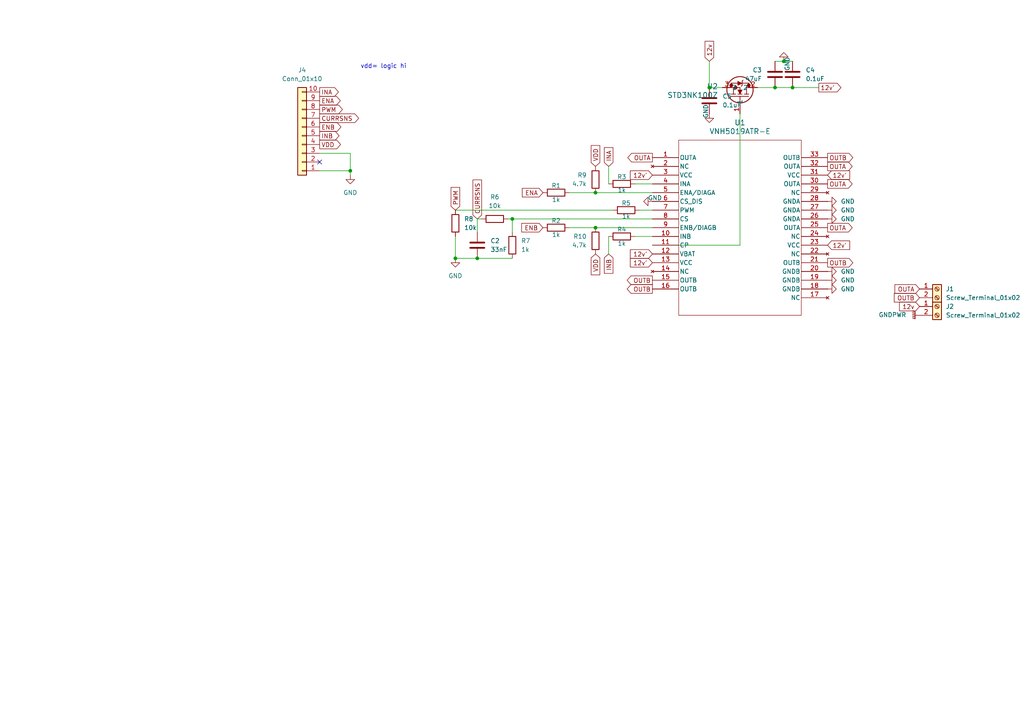
<source format=kicad_sch>
(kicad_sch (version 20231120) (generator "eeschema") (generator_version "8.0")
  (paper "A4")
  (lib_symbols
    (symbol "Connector:Screw_Terminal_01x02" (pin_names (offset 1.016) hide)
      (property "Reference" "J" (at 0 2.54 0))
      (property "Value" "Screw_Terminal_01x02" (at 0 -5.08 0))
      (symbol "Screw_Terminal_01x02_1_1"
        (rectangle (start -1.27 1.27) (end 1.27 -3.81) (stroke (width 0.254)) (fill (type background)))
        (circle (center 0 -2.54) (radius 0.635) (stroke (width 0.1524)))
        (polyline (pts (xy -0.5334 -2.2098) (xy 0.3302 -3.048)) (stroke (width 0.1524)))
        (polyline (pts (xy -0.5334 0.3302) (xy 0.3302 -0.508)) (stroke (width 0.1524)))
        (polyline (pts (xy -0.3556 -2.032) (xy 0.508 -2.8702)) (stroke (width 0.1524)))
        (polyline (pts (xy -0.3556 0.508) (xy 0.508 -0.3302)) (stroke (width 0.1524)))
        (circle (center 0 0) (radius 0.635) (stroke (width 0.1524)))
        (pin passive line (at -5.08 0 0) (length 3.81) (name "Pin_1") (number "1"))
        (pin passive line (at -5.08 -2.54 0) (length 3.81) (name "Pin_2") (number "2"))
      )
    )
    (symbol "Connector_Generic:Conn_01x10" (pin_names (offset 1.016) hide)
      (property "Reference" "J" (at 0 12.7 0))
      (property "Value" "Conn_01x10" (at 0 -15.24 0))
      (symbol "Conn_01x10_1_1"
        (rectangle (start -1.27 -12.573) (end 0 -12.827) (stroke (width 0.1524)))
        (rectangle (start -1.27 -10.033) (end 0 -10.287) (stroke (width 0.1524)))
        (rectangle (start -1.27 -7.493) (end 0 -7.747) (stroke (width 0.1524)))
        (rectangle (start -1.27 -4.953) (end 0 -5.207) (stroke (width 0.1524)))
        (rectangle (start -1.27 -2.413) (end 0 -2.667) (stroke (width 0.1524)))
        (rectangle (start -1.27 0.127) (end 0 -0.127) (stroke (width 0.1524)))
        (rectangle (start -1.27 2.667) (end 0 2.413) (stroke (width 0.1524)))
        (rectangle (start -1.27 5.207) (end 0 4.953) (stroke (width 0.1524)))
        (rectangle (start -1.27 7.747) (end 0 7.493) (stroke (width 0.1524)))
        (rectangle (start -1.27 10.287) (end 0 10.033) (stroke (width 0.1524)))
        (rectangle (start -1.27 11.43) (end 1.27 -13.97) (stroke (width 0.254)) (fill (type background)))
        (pin passive line (at -5.08 10.16 0) (length 3.81) (name "Pin_1") (number "1"))
        (pin passive line (at -5.08 -12.7 0) (length 3.81) (name "Pin_10") (number "10"))
        (pin passive line (at -5.08 7.62 0) (length 3.81) (name "Pin_2") (number "2"))
        (pin passive line (at -5.08 5.08 0) (length 3.81) (name "Pin_3") (number "3"))
        (pin passive line (at -5.08 2.54 0) (length 3.81) (name "Pin_4") (number "4"))
        (pin passive line (at -5.08 0 0) (length 3.81) (name "Pin_5") (number "5"))
        (pin passive line (at -5.08 -2.54 0) (length 3.81) (name "Pin_6") (number "6"))
        (pin passive line (at -5.08 -5.08 0) (length 3.81) (name "Pin_7") (number "7"))
        (pin passive line (at -5.08 -7.62 0) (length 3.81) (name "Pin_8") (number "8"))
        (pin passive line (at -5.08 -10.16 0) (length 3.81) (name "Pin_9") (number "9"))
      )
    )
    (symbol "Device:C" (pin_numbers hide) (pin_names (offset 0.254))
      (property "Reference" "C" (at 0.635 2.54 0))
      (property "Value" "C" (at 0.635 -2.54 0))
      (symbol "C_0_1"
        (polyline (pts (xy -2.032 -0.762) (xy 2.032 -0.762)) (stroke (width 0.508)))
        (polyline (pts (xy -2.032 0.762) (xy 2.032 0.762)) (stroke (width 0.508)))
      )
      (symbol "C_1_1"
        (pin passive line (at 0 3.81 270) (length 2.794) (name "~") (number "1"))
        (pin passive line (at 0 -3.81 90) (length 2.794) (name "~") (number "2"))
      )
    )
    (symbol "Device:R" (pin_numbers hide) (pin_names (offset 0))
      (property "Reference" "R" (at 2.032 0 90))
      (property "Value" "R" (at 0 0 90))
      (symbol "R_0_1"
        (rectangle (start -1.016 -2.54) (end 1.016 2.54) (stroke (width 0.254)))
      )
      (symbol "R_1_1"
        (pin passive line (at 0 3.81 270) (length 1.27) (name "~") (number "1"))
        (pin passive line (at 0 -3.81 90) (length 1.27) (name "~") (number "2"))
      )
    )
    (symbol "dyno_inst_sym:STD3NK100Z" (pin_names (offset 0.254))
      (property "Reference" "U" (at 11.43 1.905 0))
      (property "Value" "STD3NK100Z" (at 11.43 -2.54 0))
      (symbol "STD3NK100Z_1_1"
        (polyline (pts (xy 2.54 0) (xy 5.08 0)) (stroke (width 0.2032)))
        (polyline (pts (xy 5.08 -2.54) (xy 5.08 2.54)) (stroke (width 0.2032)))
        (polyline (pts (xy 5.715 -2.54) (xy 5.715 -1.27)) (stroke (width 0.2032)))
        (polyline (pts (xy 5.715 -1.905) (xy 7.62 -1.905)) (stroke (width 0.2032)))
        (polyline (pts (xy 5.715 -0.635) (xy 5.715 0.635)) (stroke (width 0.2032)))
        (polyline (pts (xy 5.715 1.27) (xy 5.715 2.54)) (stroke (width 0.2032)))
        (polyline (pts (xy 5.715 1.905) (xy 7.62 1.905)) (stroke (width 0.2032)))
        (polyline (pts (xy 6.985 0) (xy 7.62 0)) (stroke (width 0.2032)))
        (polyline (pts (xy 7.62 -5.08) (xy 7.62 0)) (stroke (width 0.2032)))
        (polyline (pts (xy 7.62 -2.54) (xy 8.89 -2.54)) (stroke (width 0.2032)))
        (polyline (pts (xy 7.62 1.905) (xy 7.62 5.08)) (stroke (width 0.2032)))
        (polyline (pts (xy 7.62 2.54) (xy 8.89 2.54)) (stroke (width 0.2032)))
        (polyline (pts (xy 8.255 0.635) (xy 8.001 0.381)) (stroke (width 0.2032)))
        (polyline (pts (xy 8.89 -2.54) (xy 8.89 -0.635)) (stroke (width 0.2032)))
        (polyline (pts (xy 8.89 0.635) (xy 8.89 2.54)) (stroke (width 0.2032)))
        (polyline (pts (xy 9.525 0.635) (xy 8.255 0.635)) (stroke (width 0.2032)))
        (polyline (pts (xy 9.779 0.889) (xy 9.525 0.635)) (stroke (width 0.2032)))
        (polyline (pts (xy 6.985 0.635) (xy 5.715 0) (xy 6.985 -0.635)) (fill (type outline)))
        (polyline (pts (xy 9.525 -0.635) (xy 8.255 -0.635) (xy 8.89 0.635)) (fill (type outline)))
        (circle (center 6.985 0) (radius 3.81) (stroke (width 0.254)))
        (circle (center 7.62 -1.27) (radius 0.0254) (stroke (width 0.508)))
        (circle (center 8.255 -2.54) (radius 0.0254) (stroke (width 0.508)))
        (circle (center 8.255 2.54) (radius 0.0254) (stroke (width 0.508)))
        (pin unspecified line (at 0 0 0) (length 2.54) (name "1") (number "1"))
        (pin unspecified line (at 7.62 5.08 270) (length 2.54) (name "2") (number "2"))
        (pin unspecified line (at 7.62 -5.08 90) (length 2.54) (name "3") (number "3"))
      )
    )
    (symbol "dyno_inst_sym:VNH5019ATR-E" (pin_names (offset 0.254))
      (property "Reference" "U" (at 25.4 10.16 0))
      (property "Value" "VNH5019ATR-E" (at 25.4 7.62 0))
      (symbol "VNH5019ATR-E_0_1"
        (polyline (pts (xy 7.62 -45.72) (xy 43.18 -45.72)) (stroke (width 0.127)))
        (polyline (pts (xy 7.62 5.08) (xy 7.62 -45.72)) (stroke (width 0.127)))
        (polyline (pts (xy 43.18 -45.72) (xy 43.18 5.08)) (stroke (width 0.127)))
        (polyline (pts (xy 43.18 5.08) (xy 7.62 5.08)) (stroke (width 0.127)))
        (pin output line (at 0 0 0) (length 7.62) (name "OUTA") (number "1"))
        (pin input line (at 0 -22.86 0) (length 7.62) (name "INB") (number "10"))
        (pin unspecified line (at 0 -25.4 0) (length 7.62) (name "CP") (number "11"))
        (pin power_in line (at 0 -27.94 0) (length 7.62) (name "VBAT") (number "12"))
        (pin power_in line (at 0 -30.48 0) (length 7.62) (name "VCC") (number "13"))
        (pin no_connect line (at 0 -33.02 0) (length 7.62) (name "NC") (number "14"))
        (pin output line (at 0 -35.56 0) (length 7.62) (name "OUTB") (number "15"))
        (pin output line (at 0 -38.1 0) (length 7.62) (name "OUTB") (number "16"))
        (pin no_connect line (at 50.8 -40.64 180) (length 7.62) (name "NC") (number "17"))
        (pin power_in line (at 50.8 -38.1 180) (length 7.62) (name "GNDB") (number "18"))
        (pin power_in line (at 50.8 -35.56 180) (length 7.62) (name "GNDB") (number "19"))
        (pin no_connect line (at 0 -2.54 0) (length 7.62) (name "NC") (number "2"))
        (pin power_in line (at 50.8 -33.02 180) (length 7.62) (name "GNDB") (number "20"))
        (pin output line (at 50.8 -30.48 180) (length 7.62) (name "OUTB") (number "21"))
        (pin no_connect line (at 50.8 -27.94 180) (length 7.62) (name "NC") (number "22"))
        (pin power_in line (at 50.8 -25.4 180) (length 7.62) (name "VCC") (number "23"))
        (pin no_connect line (at 50.8 -22.86 180) (length 7.62) (name "NC") (number "24"))
        (pin output line (at 50.8 -20.32 180) (length 7.62) (name "OUTA") (number "25"))
        (pin power_in line (at 50.8 -17.78 180) (length 7.62) (name "GNDA") (number "26"))
        (pin power_in line (at 50.8 -15.24 180) (length 7.62) (name "GNDA") (number "27"))
        (pin power_in line (at 50.8 -12.7 180) (length 7.62) (name "GNDA") (number "28"))
        (pin no_connect line (at 50.8 -10.16 180) (length 7.62) (name "NC") (number "29"))
        (pin power_in line (at 0 -5.08 0) (length 7.62) (name "VCC") (number "3"))
        (pin output line (at 50.8 -7.62 180) (length 7.62) (name "OUTA") (number "30"))
        (pin power_in line (at 50.8 -5.08 180) (length 7.62) (name "VCC") (number "31"))
        (pin output line (at 50.8 -2.54 180) (length 7.62) (name "OUTA") (number "32"))
        (pin output line (at 50.8 0 180) (length 7.62) (name "OUTB") (number "33"))
        (pin input line (at 0 -7.62 0) (length 7.62) (name "INA") (number "4"))
        (pin output line (at 0 -10.16 0) (length 7.62) (name "ENA/DIAGA") (number "5"))
        (pin unspecified line (at 0 -12.7 0) (length 7.62) (name "CS_DIS") (number "6"))
        (pin input line (at 0 -15.24 0) (length 7.62) (name "PWM") (number "7"))
        (pin output line (at 0 -17.78 0) (length 7.62) (name "CS") (number "8"))
        (pin output line (at 0 -20.32 0) (length 7.62) (name "ENB/DIAGB") (number "9"))
      )
    )
    (symbol "power:GND" (power) (pin_numbers hide) (pin_names (offset 0) hide)
      (property "Value" "GND" (at 0 -3.81 0))
      (symbol "GND_0_1"
        (polyline (pts (xy 0 0) (xy 0 -1.27) (xy 1.27 -1.27) (xy 0 -2.54) (xy -1.27 -1.27) (xy 0 -1.27)))
      )
      (symbol "GND_1_1"
        (pin power_in line (at 0 0 270) (length 0) (name "~") (number "1"))
      )
    )
    (symbol "power:GNDPWR" (power) (pin_numbers hide) (pin_names (offset 0) hide)
      (property "Value" "GNDPWR" (at 0 -3.302 0))
      (symbol "GNDPWR_0_1"
        (polyline (pts (xy 0 -1.27) (xy 0 0)))
        (polyline (pts (xy -1.016 -1.27) (xy -1.27 -2.032) (xy -1.27 -2.032)) (stroke (width 0.2032)))
        (polyline (pts (xy -0.508 -1.27) (xy -0.762 -2.032) (xy -0.762 -2.032)) (stroke (width 0.2032)))
        (polyline (pts (xy 0 -1.27) (xy -0.254 -2.032) (xy -0.254 -2.032)) (stroke (width 0.2032)))
        (polyline (pts (xy 0.508 -1.27) (xy 0.254 -2.032) (xy 0.254 -2.032)) (stroke (width 0.2032)))
        (polyline (pts (xy 1.016 -1.27) (xy -1.016 -1.27) (xy -1.016 -1.27)) (stroke (width 0.2032)))
        (polyline (pts (xy 1.016 -1.27) (xy 0.762 -2.032) (xy 0.762 -2.032) (xy 0.762 -2.032)) (stroke (width 0.2032)))
      )
      (symbol "GNDPWR_1_1"
        (pin power_in line (at 0 0 270) (length 0) (name "~") (number "1"))
      )
    )
  )
  (junction (at 148.59 63.5))
  (junction (at 224.79 25.4))
  (junction (at 101.6 49.53))
  (junction (at 229.87 25.4))
  (junction (at 227.33 17.78))
  (junction (at 132.08 74.93))
  (junction (at 138.43 74.93))
  (junction (at 205.74 25.4))
  (junction (at 172.72 66.04))
  (junction (at 172.72 55.88))
  (no_connect (at 92.71 46.99))
  (wire (pts (xy 214.63 71.12) (xy 214.63 33.02)))
  (wire (pts (xy 101.6 49.53) (xy 101.6 50.8)))
  (wire (pts (xy 205.74 17.78) (xy 205.74 25.4)))
  (wire (pts (xy 189.23 71.12) (xy 214.63 71.12)))
  (wire (pts (xy 176.53 73.66) (xy 176.53 68.58)))
  (wire (pts (xy 101.6 44.45) (xy 101.6 49.53)))
  (wire (pts (xy 205.74 25.4) (xy 209.55 25.4)))
  (wire (pts (xy 176.53 48.26) (xy 176.53 53.34)))
  (wire (pts (xy 184.15 68.58) (xy 189.23 68.58)))
  (wire (pts (xy 138.43 74.93) (xy 148.59 74.93)))
  (wire (pts (xy 165.1 55.88) (xy 172.72 55.88)))
  (wire (pts (xy 219.71 25.4) (xy 224.79 25.4)))
  (wire (pts (xy 224.79 17.78) (xy 227.33 17.78)))
  (wire (pts (xy 237.49 25.4) (xy 229.87 25.4)))
  (wire (pts (xy 148.59 63.5) (xy 148.59 67.31)))
  (wire (pts (xy 92.71 44.45) (xy 101.6 44.45)))
  (wire (pts (xy 172.72 55.88) (xy 189.23 55.88)))
  (wire (pts (xy 227.33 17.78) (xy 229.87 17.78)))
  (wire (pts (xy 132.08 60.96) (xy 177.8 60.96)))
  (wire (pts (xy 165.1 66.04) (xy 172.72 66.04)))
  (wire (pts (xy 138.43 63.5) (xy 139.7 63.5)))
  (wire (pts (xy 185.42 60.96) (xy 189.23 60.96)))
  (wire (pts (xy 184.15 53.34) (xy 189.23 53.34)))
  (wire (pts (xy 172.72 66.04) (xy 189.23 66.04)))
  (wire (pts (xy 132.08 68.58) (xy 132.08 74.93)))
  (wire (pts (xy 132.08 74.93) (xy 138.43 74.93)))
  (wire (pts (xy 138.43 67.31) (xy 138.43 63.5)))
  (wire (pts (xy 229.87 25.4) (xy 224.79 25.4)))
  (wire (pts (xy 148.59 63.5) (xy 189.23 63.5)))
  (wire (pts (xy 92.71 49.53) (xy 101.6 49.53)))
  (wire (pts (xy 147.32 63.5) (xy 148.59 63.5)))
  (text "vdd= logic hi" (at 111.252 19.304 0) (effects (font (size 1.27 1.27))))
  (global_label "INA" (shape output) (at 92.71 26.67 0) (property "Intersheetrefs" "${INTERSHEET_REFS}" (effects (hide yes))))
  (global_label "CURRSNS" (shape input) (at 138.43 63.5 90) (property "Intersheetrefs" "${INTERSHEET_REFS}" (effects (hide yes))))
  (global_label "VDD" (shape input) (at 172.72 48.26 90) (property "Intersheetrefs" "${INTERSHEET_REFS}" (effects (hide yes))))
  (global_label "OUTB" (shape output) (at 189.23 83.82 180) (property "Intersheetrefs" "${INTERSHEET_REFS}" (effects (hide yes))))
  (global_label "12v'" (shape input) (at 240.03 71.12 0) (property "Intersheetrefs" "${INTERSHEET_REFS}" (effects (hide yes))))
  (global_label "OUTA" (shape output) (at 189.23 45.72 180) (property "Intersheetrefs" "${INTERSHEET_REFS}" (effects (hide yes))))
  (global_label "ENA" (shape input) (at 157.48 55.88 180) (property "Intersheetrefs" "${INTERSHEET_REFS}" (effects (hide yes))))
  (global_label "OUTA" (shape input) (at 266.7 83.82 180) (property "Intersheetrefs" "${INTERSHEET_REFS}" (effects (hide yes))))
  (global_label "INB" (shape output) (at 92.71 39.37 0) (property "Intersheetrefs" "${INTERSHEET_REFS}" (effects (hide yes))))
  (global_label "ENB" (shape input) (at 157.48 66.04 180) (property "Intersheetrefs" "${INTERSHEET_REFS}" (effects (hide yes))))
  (global_label "ENA" (shape output) (at 92.71 29.21 0) (property "Intersheetrefs" "${INTERSHEET_REFS}" (effects (hide yes))))
  (global_label "12v'" (shape input) (at 189.23 76.2 180) (property "Intersheetrefs" "${INTERSHEET_REFS}" (effects (hide yes))))
  (global_label "VDD" (shape output) (at 92.71 41.91 0) (property "Intersheetrefs" "${INTERSHEET_REFS}" (effects (hide yes))))
  (global_label "OUTB" (shape output) (at 240.03 76.2 0) (property "Intersheetrefs" "${INTERSHEET_REFS}" (effects (hide yes))))
  (global_label "OUTB" (shape output) (at 189.23 81.28 180) (property "Intersheetrefs" "${INTERSHEET_REFS}" (effects (hide yes))))
  (global_label "OUTA" (shape output) (at 240.03 53.34 0) (property "Intersheetrefs" "${INTERSHEET_REFS}" (effects (hide yes))))
  (global_label "CURRSNS" (shape output) (at 92.71 34.29 0) (property "Intersheetrefs" "${INTERSHEET_REFS}" (effects (hide yes))))
  (global_label "12v" (shape input) (at 205.74 17.78 90) (property "Intersheetrefs" "${INTERSHEET_REFS}" (effects (hide yes))))
  (global_label "OUTA" (shape output) (at 240.03 66.04 0) (property "Intersheetrefs" "${INTERSHEET_REFS}" (effects (hide yes))))
  (global_label "INA" (shape input) (at 176.53 48.26 90) (property "Intersheetrefs" "${INTERSHEET_REFS}" (effects (hide yes))))
  (global_label "OUTB" (shape output) (at 240.03 45.72 0) (property "Intersheetrefs" "${INTERSHEET_REFS}" (effects (hide yes))))
  (global_label "12v'" (shape input) (at 240.03 50.8 0) (property "Intersheetrefs" "${INTERSHEET_REFS}" (effects (hide yes))))
  (global_label "12v" (shape input) (at 266.7 88.9 180) (property "Intersheetrefs" "${INTERSHEET_REFS}" (effects (hide yes))))
  (global_label "OUTA" (shape output) (at 240.03 48.26 0) (property "Intersheetrefs" "${INTERSHEET_REFS}" (effects (hide yes))))
  (global_label "12v'" (shape input) (at 189.23 73.66 180) (property "Intersheetrefs" "${INTERSHEET_REFS}" (effects (hide yes))))
  (global_label "PWM" (shape output) (at 92.71 31.75 0) (property "Intersheetrefs" "${INTERSHEET_REFS}" (effects (hide yes))))
  (global_label "PWM" (shape input) (at 132.08 60.96 90) (property "Intersheetrefs" "${INTERSHEET_REFS}" (effects (hide yes))))
  (global_label "VDD" (shape input) (at 172.72 73.66 270) (property "Intersheetrefs" "${INTERSHEET_REFS}" (effects (hide yes))))
  (global_label "12v'" (shape input) (at 189.23 50.8 180) (property "Intersheetrefs" "${INTERSHEET_REFS}" (effects (hide yes))))
  (global_label "INB" (shape input) (at 176.53 73.66 270) (property "Intersheetrefs" "${INTERSHEET_REFS}" (effects (hide yes))))
  (global_label "OUTB" (shape input) (at 266.7 86.36 180) (property "Intersheetrefs" "${INTERSHEET_REFS}" (effects (hide yes))))
  (global_label "ENB" (shape output) (at 92.71 36.83 0) (property "Intersheetrefs" "${INTERSHEET_REFS}" (effects (hide yes))))
  (global_label "12v'" (shape output) (at 237.49 25.4 0) (property "Intersheetrefs" "${INTERSHEET_REFS}" (effects (hide yes))))
  (symbol (lib_id "power:GND") (at 240.03 81.28 90) (unit 1)
    (property "Reference" "#PWR09" (effects (hide yes)))
    (property "Value" "GND" (at 243.84 81.2799 90) (effects (justify right)))
    (property "Description" "Power symbol creates a global label with name \"GND\" , ground" (effects (hide yes)))
  )
  (symbol (lib_id "power:GNDPWR") (at 266.7 91.44 270) (unit 1)
    (property "Reference" "#PWR011" (effects (hide yes)))
    (property "Value" "GNDPWR" (at 262.89 91.3129 90) (effects (justify right)))
    (property "Description" "Power symbol creates a global label with name \"GNDPWR\" , global ground" (effects (hide yes)))
  )
  (symbol (lib_id "Device:R") (at 181.61 60.96 90) (unit 1)
    (property "Reference" "R5" (at 181.61 58.928 90))
    (property "Value" "1k" (at 181.61 62.738 90))
    (property "Footprint" "Resistor_SMD:R_0603_1608Metric" (effects (hide yes)))
    (property "Description" "Resistor" (effects (hide yes)))
  )
  (symbol (lib_id "Connector_Generic:Conn_01x10") (at 87.63 39.37 180) (unit 1)
    (property "Reference" "J4" (at 87.63 20.32 0))
    (property "Value" "Conn_01x10" (at 87.63 22.86 0))
    (property "Footprint" "Connector_PinHeader_2.54mm:PinHeader_1x10_P2.54mm_Vertical" (effects (hide yes)))
    (property "Description" "Generic connector, single row, 01x10, script generated (kicad-library-utils/schlib/autogen/connector/)" (effects (hide yes)))
  )
  (symbol (lib_id "Device:C") (at 138.43 71.12 0) (unit 1)
    (property "Reference" "C2" (at 142.24 69.8499 0) (effects (justify left)))
    (property "Value" "33nF" (at 142.24 72.3899 0) (effects (justify left)))
    (property "Footprint" "Capacitor_SMD:C_0603_1608Metric" (effects (hide yes)))
    (property "Description" "Unpolarized capacitor" (effects (hide yes)))
  )
  (symbol (lib_id "Device:R") (at 180.34 53.34 90) (unit 1)
    (property "Reference" "R3" (at 180.34 51.308 90))
    (property "Value" "1k" (at 180.34 55.118 90))
    (property "Footprint" "Resistor_SMD:R_0603_1608Metric" (effects (hide yes)))
    (property "Description" "Resistor" (effects (hide yes)))
  )
  (symbol (lib_id "Device:R") (at 148.59 71.12 180) (unit 1)
    (property "Reference" "R7" (at 151.13 69.8499 0) (effects (justify right)))
    (property "Value" "1k" (at 151.13 72.3899 0) (effects (justify right)))
    (property "Footprint" "Resistor_SMD:R_0603_1608Metric" (effects (hide yes)))
    (property "Description" "Resistor" (effects (hide yes)))
  )
  (symbol (lib_id "Device:R") (at 180.34 68.58 90) (unit 1)
    (property "Reference" "R4" (at 180.34 66.548 90))
    (property "Value" "1k" (at 180.34 70.612 90))
    (property "Footprint" "Resistor_SMD:R_0603_1608Metric" (effects (hide yes)))
    (property "Description" "Resistor" (effects (hide yes)))
  )
  (symbol (lib_id "dyno_inst_sym:VNH5019ATR-E") (at 189.23 45.72 0) (unit 1)
    (property "Reference" "U1" (at 214.63 35.56 0) (effects (font (size 1.524 1.524))))
    (property "Value" "VNH5019ATR-E" (at 214.63 38.1 0) (effects (font (size 1.524 1.524))))
    (property "Footprint" "dynoinst_fp:MultiPowerSO-30_STM" (effects (hide yes)))
    (property "Datasheet" "VNH5019ATR-E" (effects (hide yes)))
    (property "Description" "fully integrated motor controller" (effects (hide yes)))
  )
  (symbol (lib_id "dyno_inst_sym:STD3NK100Z") (at 214.63 33.02 270) (mirror x) (unit 1)
    (property "Reference" "U2" (at 208.28 25.0697 90) (effects (font (size 1.524 1.524)) (justify right)))
    (property "Value" "STD3NK100Z" (at 208.28 27.6097 90) (effects (font (size 1.524 1.524)) (justify right)))
    (property "Footprint" "DPAK_STM" (effects (hide yes)))
    (property "Datasheet" "STD3NK100Z" (effects (hide yes)))
    (property "Description" "power nmos" (effects (hide yes)))
  )
  (symbol (lib_id "Device:R") (at 143.51 63.5 90) (unit 1)
    (property "Reference" "R6" (at 143.51 57.15 90))
    (property "Value" "10k" (at 143.51 59.69 90))
    (property "Footprint" "Resistor_SMD:R_0603_1608Metric" (effects (hide yes)))
    (property "Description" "Resistor" (effects (hide yes)))
  )
  (symbol (lib_id "Device:C") (at 205.74 29.21 180) (unit 1)
    (property "Reference" "C5" (at 209.55 27.9399 0) (effects (justify right)))
    (property "Value" "0.1uF" (at 209.55 30.4799 0) (effects (justify right)))
    (property "Footprint" "Capacitor_SMD:C_0603_1608Metric" (effects (hide yes)))
    (property "Description" "Unpolarized capacitor" (effects (hide yes)))
  )
  (symbol (lib_id "power:GND") (at 132.08 74.93 0) (unit 1)
    (property "Reference" "#PWR02" (effects (hide yes)))
    (property "Value" "GND" (at 132.08 80.01 0))
    (property "Description" "Power symbol creates a global label with name \"GND\" , ground" (effects (hide yes)))
  )
  (symbol (lib_id "Device:R") (at 132.08 64.77 180) (unit 1)
    (property "Reference" "R8" (at 134.62 63.4999 0) (effects (justify right)))
    (property "Value" "10k" (at 134.62 66.0399 0) (effects (justify right)))
    (property "Footprint" "Resistor_SMD:R_0603_1608Metric" (effects (hide yes)))
    (property "Description" "Resistor" (effects (hide yes)))
  )
  (symbol (lib_id "power:GND") (at 205.74 33.02 0) (unit 1)
    (property "Reference" "#PWR013" (effects (hide yes)))
    (property "Value" "GND" (at 204.724 30.226 90) (effects (justify right)))
    (property "Description" "Power symbol creates a global label with name \"GND\" , ground" (effects (hide yes)))
  )
  (symbol (lib_id "power:GND") (at 240.03 83.82 90) (unit 1)
    (property "Reference" "#PWR010" (effects (hide yes)))
    (property "Value" "GND" (at 243.84 83.8199 90) (effects (justify right)))
    (property "Description" "Power symbol creates a global label with name \"GND\" , ground" (effects (hide yes)))
  )
  (symbol (lib_id "power:GND") (at 227.33 17.78 180) (unit 1)
    (property "Reference" "#PWR012" (effects (hide yes)))
    (property "Value" "GND" (at 228.346 20.574 90) (effects (justify right)))
    (property "Description" "Power symbol creates a global label with name \"GND\" , ground" (effects (hide yes)))
  )
  (symbol (lib_id "Device:C") (at 224.79 21.59 0) (mirror y) (unit 1)
    (property "Reference" "C3" (at 220.98 20.3199 0) (effects (justify left)))
    (property "Value" "47uF" (at 220.98 22.8599 0) (effects (justify left)))
    (property "Footprint" "Capacitor_SMD:C_0603_1608Metric" (effects (hide yes)))
    (property "Description" "Unpolarized capacitor" (effects (hide yes)))
  )
  (symbol (lib_id "power:GND") (at 189.23 58.42 270) (unit 1)
    (property "Reference" "#PWR04" (effects (hide yes)))
    (property "Value" "GND" (at 192.024 57.404 90) (effects (justify right)))
    (property "Description" "Power symbol creates a global label with name \"GND\" , ground" (effects (hide yes)))
  )
  (symbol (lib_id "power:GND") (at 240.03 63.5 90) (unit 1)
    (property "Reference" "#PWR07" (effects (hide yes)))
    (property "Value" "GND" (at 243.84 63.4999 90) (effects (justify right)))
    (property "Description" "Power symbol creates a global label with name \"GND\" , ground" (effects (hide yes)))
  )
  (symbol (lib_id "Connector:Screw_Terminal_01x02") (at 271.78 88.9 0) (unit 1)
    (property "Reference" "J2" (at 274.32 88.8999 0) (effects (justify left)))
    (property "Value" "Screw_Terminal_01x02" (at 274.32 91.4399 0) (effects (justify left)))
    (property "Footprint" "dynoinst_fp:CONN_4DB-P108-02_TEC" (effects (hide yes)))
    (property "Description" "Generic screw terminal, single row, 01x02, script generated (kicad-library-utils/schlib/autogen/connector/)" (effects (hide yes)))
  )
  (symbol (lib_id "Device:R") (at 172.72 52.07 0) (mirror x) (unit 1)
    (property "Reference" "R9" (at 170.18 50.7999 0) (effects (justify right)))
    (property "Value" "4.7k" (at 170.18 53.3399 0) (effects (justify right)))
    (property "Footprint" "Resistor_SMD:R_0603_1608Metric" (effects (hide yes)))
    (property "Description" "Resistor" (effects (hide yes)))
  )
  (symbol (lib_id "power:GND") (at 240.03 58.42 90) (unit 1)
    (property "Reference" "#PWR05" (effects (hide yes)))
    (property "Value" "GND" (at 243.84 58.4199 90) (effects (justify right)))
    (property "Description" "Power symbol creates a global label with name \"GND\" , ground" (effects (hide yes)))
  )
  (symbol (lib_id "Device:R") (at 161.29 55.88 90) (unit 1)
    (property "Reference" "R1" (at 161.29 53.848 90))
    (property "Value" "1k" (at 161.29 57.912 90))
    (property "Footprint" "Resistor_SMD:R_0603_1608Metric" (effects (hide yes)))
    (property "Description" "Resistor" (effects (hide yes)))
  )
  (symbol (lib_id "Device:C") (at 229.87 21.59 0) (unit 1)
    (property "Reference" "C4" (at 233.68 20.3199 0) (effects (justify left)))
    (property "Value" "0.1uF" (at 233.68 22.8599 0) (effects (justify left)))
    (property "Footprint" "Capacitor_SMD:C_0603_1608Metric" (effects (hide yes)))
    (property "Description" "Unpolarized capacitor" (effects (hide yes)))
  )
  (symbol (lib_id "Device:R") (at 172.72 69.85 0) (mirror x) (unit 1)
    (property "Reference" "R10" (at 170.18 68.5799 0) (effects (justify right)))
    (property "Value" "4.7k" (at 170.18 71.1199 0) (effects (justify right)))
    (property "Footprint" "Resistor_SMD:R_0603_1608Metric" (effects (hide yes)))
    (property "Description" "Resistor" (effects (hide yes)))
  )
  (symbol (lib_id "Device:R") (at 161.29 66.04 90) (unit 1)
    (property "Reference" "R2" (at 161.29 64.008 90))
    (property "Value" "1k" (at 161.29 68.072 90))
    (property "Footprint" "Resistor_SMD:R_0603_1608Metric" (effects (hide yes)))
    (property "Description" "Resistor" (effects (hide yes)))
  )
  (symbol (lib_id "power:GND") (at 101.6 50.8 0) (unit 1)
    (property "Reference" "#PWR01" (effects (hide yes)))
    (property "Value" "GND" (at 101.6 55.88 0))
    (property "Description" "Power symbol creates a global label with name \"GND\" , ground" (effects (hide yes)))
  )
  (symbol (lib_id "power:GND") (at 240.03 78.74 90) (unit 1)
    (property "Reference" "#PWR08" (effects (hide yes)))
    (property "Value" "GND" (at 243.84 78.7399 90) (effects (justify right)))
    (property "Description" "Power symbol creates a global label with name \"GND\" , ground" (effects (hide yes)))
  )
  (symbol (lib_id "Connector:Screw_Terminal_01x02") (at 271.78 83.82 0) (unit 1)
    (property "Reference" "J1" (at 274.32 83.8199 0) (effects (justify left)))
    (property "Value" "Screw_Terminal_01x02" (at 274.32 86.3599 0) (effects (justify left)))
    (property "Footprint" "dynoinst_fp:CONN_4DB-P108-02_TEC" (effects (hide yes)))
    (property "Description" "Generic screw terminal, single row, 01x02, script generated (kicad-library-utils/schlib/autogen/connector/)" (effects (hide yes)))
  )
  (symbol (lib_id "power:GND") (at 240.03 60.96 90) (unit 1)
    (property "Reference" "#PWR06" (effects (hide yes)))
    (property "Value" "GND" (at 243.84 60.9599 90) (effects (justify right)))
    (property "Description" "Power symbol creates a global label with name \"GND\" , ground" (effects (hide yes)))
  )
)
</source>
